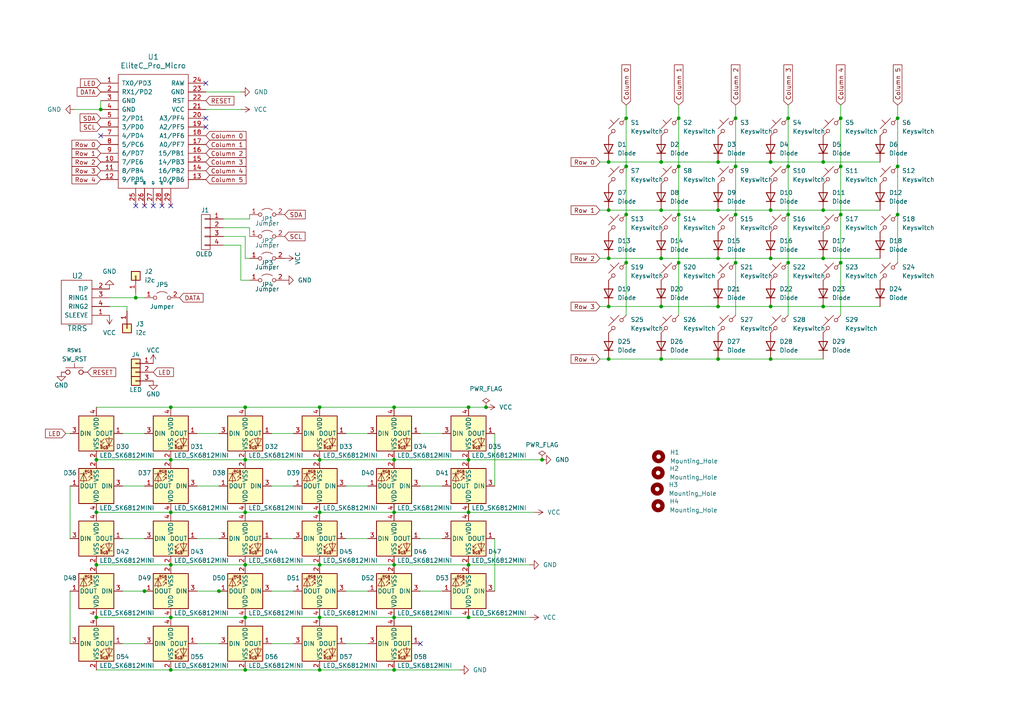
<source format=kicad_sch>
(kicad_sch (version 20230121) (generator eeschema)
  (paper "A4")
  (junction (at 140.97 118.11))
  (junction (at 41.91 171.45))
  (junction (at 208.28 74.93))
  (junction (at 213.36 62.23))
  (junction (at 114.3 133.35))
  (junction (at 238.76 74.93))
  (junction (at 92.71 148.59))
  (junction (at 157.226 133.35))
  (junction (at 238.76 46.99))
  (junction (at 243.84 76.2))
  (junction (at 181.61 34.29))
  (junction (at 191.77 46.99))
  (junction (at 71.12 148.59))
  (junction (at 135.89 163.83))
  (junction (at 135.89 179.07))
  (junction (at 181.61 76.2))
  (junction (at 92.71 163.83))
  (junction (at 49.53 194.31))
  (junction (at 191.77 88.9))
  (junction (at 176.53 88.9))
  (junction (at 196.85 48.26))
  (junction (at 114.3 148.59))
  (junction (at 71.12 133.35))
  (junction (at 260.35 48.26))
  (junction (at 243.84 34.29))
  (junction (at 49.53 163.83))
  (junction (at 63.5 171.45))
  (junction (at 208.28 46.99))
  (junction (at 228.6 62.23))
  (junction (at 135.89 148.59))
  (junction (at 92.71 133.35))
  (junction (at 49.53 179.07))
  (junction (at 181.61 62.23))
  (junction (at 114.3 194.31))
  (junction (at 243.84 48.26))
  (junction (at 196.85 62.23))
  (junction (at 196.85 76.2))
  (junction (at 135.89 133.35))
  (junction (at 39.37 86.36))
  (junction (at 238.76 60.96))
  (junction (at 228.6 48.26))
  (junction (at 114.3 163.83))
  (junction (at 208.28 60.96))
  (junction (at 196.85 34.29))
  (junction (at 223.52 74.93))
  (junction (at 114.3 179.07))
  (junction (at 29.21 31.75))
  (junction (at 135.89 118.11))
  (junction (at 176.53 46.99))
  (junction (at 208.28 104.14))
  (junction (at 176.53 104.14))
  (junction (at 213.36 76.2))
  (junction (at 243.84 62.23))
  (junction (at 223.52 46.99))
  (junction (at 260.35 34.29))
  (junction (at 114.3 118.11))
  (junction (at 49.53 118.11))
  (junction (at 260.35 62.23))
  (junction (at 176.53 60.96))
  (junction (at 228.6 34.29))
  (junction (at 49.53 148.59))
  (junction (at 27.94 179.07))
  (junction (at 181.61 48.26))
  (junction (at 71.12 118.11))
  (junction (at 176.53 74.93))
  (junction (at 71.12 179.07))
  (junction (at 27.94 148.59))
  (junction (at 71.12 194.31))
  (junction (at 191.77 74.93))
  (junction (at 223.52 104.14))
  (junction (at 213.36 48.26))
  (junction (at 213.36 34.29))
  (junction (at 92.71 179.07))
  (junction (at 49.53 133.35))
  (junction (at 92.71 118.11))
  (junction (at 92.71 194.31))
  (junction (at 223.52 88.9))
  (junction (at 71.12 163.83))
  (junction (at 228.6 76.2))
  (junction (at 191.77 60.96))
  (junction (at 191.77 104.14))
  (junction (at 27.94 133.35))
  (junction (at 238.76 88.9))
  (junction (at 223.52 60.96))
  (junction (at 27.94 163.83))
  (junction (at 208.28 88.9))
  (no_connect (at 46.99 59.69))
  (no_connect (at 59.69 36.83))
  (no_connect (at 41.91 59.69))
  (no_connect (at 44.45 59.69))
  (no_connect (at 59.69 24.13))
  (no_connect (at 59.69 34.29))
  (no_connect (at 121.92 186.69))
  (no_connect (at 39.37 59.69))
  (no_connect (at 49.53 59.69))
  (no_connect (at 29.21 39.37))
  (wire (pts (xy 135.89 163.83) (xy 153.67 163.83)))
  (wire (pts (xy 243.84 76.2) (xy 243.84 91.44)))
  (wire (pts (xy 135.89 146.05) (xy 135.89 148.59)))
  (wire (pts (xy 49.53 133.35) (xy 71.12 133.35)))
  (wire (pts (xy 92.71 163.83) (xy 114.3 163.83)))
  (wire (pts (xy 92.71 179.07) (xy 114.3 179.07)))
  (wire (pts (xy 238.76 74.93) (xy 255.27 74.93)))
  (wire (pts (xy 114.3 118.11) (xy 135.89 118.11)))
  (wire (pts (xy 41.91 171.45) (xy 35.56 171.45)))
  (wire (pts (xy 114.3 146.05) (xy 114.3 148.59)))
  (wire (pts (xy 29.21 29.21) (xy 29.21 31.75)))
  (wire (pts (xy 135.89 118.11) (xy 140.97 118.11)))
  (wire (pts (xy 31.75 86.36) (xy 39.37 86.36)))
  (wire (pts (xy 43.18 171.45) (xy 41.91 171.45)))
  (wire (pts (xy 20.32 140.97) (xy 20.32 156.21)))
  (wire (pts (xy 100.33 156.21) (xy 106.68 156.21)))
  (wire (pts (xy 71.12 179.07) (xy 92.71 179.07)))
  (wire (pts (xy 223.52 46.99) (xy 238.76 46.99)))
  (wire (pts (xy 71.12 163.83) (xy 92.71 163.83)))
  (wire (pts (xy 27.94 177.8) (xy 27.94 179.07)))
  (wire (pts (xy 35.56 140.97) (xy 41.91 140.97)))
  (wire (pts (xy 176.53 74.93) (xy 191.77 74.93)))
  (wire (pts (xy 64.77 68.58) (xy 71.12 68.58)))
  (wire (pts (xy 71.12 133.35) (xy 92.71 133.35)))
  (wire (pts (xy 69.85 71.12) (xy 69.85 81.28)))
  (wire (pts (xy 228.6 62.23) (xy 228.6 76.2)))
  (wire (pts (xy 69.85 81.28) (xy 72.39 81.28)))
  (wire (pts (xy 114.3 177.8) (xy 114.3 179.07)))
  (wire (pts (xy 243.84 62.23) (xy 243.84 76.2)))
  (wire (pts (xy 243.84 30.48) (xy 243.84 34.29)))
  (wire (pts (xy 223.52 60.96) (xy 238.76 60.96)))
  (wire (pts (xy 78.74 125.73) (xy 85.09 125.73)))
  (wire (pts (xy 228.6 30.48) (xy 228.6 34.29)))
  (wire (pts (xy 27.94 194.31) (xy 49.53 194.31)))
  (wire (pts (xy 135.89 148.59) (xy 154.94 148.59)))
  (wire (pts (xy 64.77 66.04) (xy 72.39 66.04)))
  (wire (pts (xy 223.52 104.14) (xy 238.76 104.14)))
  (wire (pts (xy 35.56 186.69) (xy 41.91 186.69)))
  (wire (pts (xy 35.56 156.21) (xy 41.91 156.21)))
  (wire (pts (xy 36.83 88.9) (xy 36.83 90.17)))
  (wire (pts (xy 196.85 34.29) (xy 196.85 48.26)))
  (wire (pts (xy 196.85 62.23) (xy 196.85 76.2)))
  (wire (pts (xy 71.12 148.59) (xy 49.53 148.59)))
  (wire (pts (xy 121.92 171.45) (xy 128.27 171.45)))
  (wire (pts (xy 191.77 88.9) (xy 208.28 88.9)))
  (wire (pts (xy 135.89 133.35) (xy 157.226 133.35)))
  (wire (pts (xy 100.33 186.69) (xy 106.68 186.69)))
  (wire (pts (xy 57.15 140.97) (xy 63.5 140.97)))
  (wire (pts (xy 71.12 146.05) (xy 71.12 148.59)))
  (wire (pts (xy 181.61 76.2) (xy 181.61 91.44)))
  (wire (pts (xy 228.6 76.2) (xy 228.6 91.44)))
  (wire (pts (xy 173.99 60.96) (xy 176.53 60.96)))
  (wire (pts (xy 72.39 66.04) (xy 72.39 68.58)))
  (wire (pts (xy 92.71 177.8) (xy 92.71 179.07)))
  (wire (pts (xy 181.61 34.29) (xy 181.61 48.26)))
  (wire (pts (xy 57.15 156.21) (xy 63.5 156.21)))
  (wire (pts (xy 59.69 31.75) (xy 69.85 31.75)))
  (wire (pts (xy 191.77 60.96) (xy 208.28 60.96)))
  (wire (pts (xy 173.99 104.14) (xy 176.53 104.14)))
  (wire (pts (xy 223.52 74.93) (xy 238.76 74.93)))
  (wire (pts (xy 208.28 74.93) (xy 223.52 74.93)))
  (wire (pts (xy 223.52 88.9) (xy 238.76 88.9)))
  (wire (pts (xy 114.3 148.59) (xy 92.71 148.59)))
  (wire (pts (xy 121.92 140.97) (xy 128.27 140.97)))
  (wire (pts (xy 71.12 194.31) (xy 92.71 194.31)))
  (wire (pts (xy 35.56 125.73) (xy 41.91 125.73)))
  (wire (pts (xy 49.53 179.07) (xy 71.12 179.07)))
  (wire (pts (xy 92.71 133.35) (xy 114.3 133.35)))
  (wire (pts (xy 78.74 140.97) (xy 85.09 140.97)))
  (wire (pts (xy 213.36 76.2) (xy 213.36 91.44)))
  (wire (pts (xy 78.74 186.69) (xy 85.09 186.69)))
  (wire (pts (xy 228.6 34.29) (xy 228.6 48.26)))
  (wire (pts (xy 260.35 48.26) (xy 260.35 62.23)))
  (wire (pts (xy 78.74 171.45) (xy 85.09 171.45)))
  (wire (pts (xy 71.12 74.93) (xy 72.39 74.93)))
  (wire (pts (xy 114.3 133.35) (xy 135.89 133.35)))
  (wire (pts (xy 181.61 62.23) (xy 181.61 76.2)))
  (wire (pts (xy 143.51 156.21) (xy 143.51 171.45)))
  (wire (pts (xy 143.51 125.73) (xy 143.51 140.97)))
  (wire (pts (xy 114.3 179.07) (xy 135.89 179.07)))
  (wire (pts (xy 19.05 125.73) (xy 20.32 125.73)))
  (wire (pts (xy 121.92 156.21) (xy 128.27 156.21)))
  (wire (pts (xy 213.36 34.29) (xy 213.36 48.26)))
  (wire (pts (xy 27.94 146.05) (xy 27.94 148.59)))
  (wire (pts (xy 133.35 194.31) (xy 114.3 194.31)))
  (wire (pts (xy 238.76 46.99) (xy 255.27 46.99)))
  (wire (pts (xy 92.71 118.11) (xy 114.3 118.11)))
  (wire (pts (xy 260.35 62.23) (xy 260.35 76.2)))
  (wire (pts (xy 176.53 46.99) (xy 191.77 46.99)))
  (wire (pts (xy 71.12 118.11) (xy 92.71 118.11)))
  (wire (pts (xy 213.36 62.23) (xy 213.36 76.2)))
  (wire (pts (xy 181.61 48.26) (xy 181.61 62.23)))
  (wire (pts (xy 176.53 104.14) (xy 191.77 104.14)))
  (wire (pts (xy 135.89 148.59) (xy 114.3 148.59)))
  (wire (pts (xy 72.39 63.5) (xy 72.39 62.23)))
  (wire (pts (xy 100.33 125.73) (xy 106.68 125.73)))
  (wire (pts (xy 208.28 46.99) (xy 223.52 46.99)))
  (wire (pts (xy 57.15 186.69) (xy 63.5 186.69)))
  (wire (pts (xy 57.15 171.45) (xy 63.5 171.45)))
  (wire (pts (xy 100.33 140.97) (xy 106.68 140.97)))
  (wire (pts (xy 208.28 104.14) (xy 223.52 104.14)))
  (wire (pts (xy 39.37 86.36) (xy 39.37 85.09)))
  (wire (pts (xy 71.12 68.58) (xy 71.12 74.93)))
  (wire (pts (xy 196.85 76.2) (xy 196.85 91.44)))
  (wire (pts (xy 27.94 179.07) (xy 49.53 179.07)))
  (wire (pts (xy 39.37 86.36) (xy 41.91 86.36)))
  (wire (pts (xy 238.76 88.9) (xy 255.27 88.9)))
  (wire (pts (xy 59.69 26.67) (xy 69.85 26.67)))
  (wire (pts (xy 153.67 179.07) (xy 135.89 179.07)))
  (wire (pts (xy 49.53 118.11) (xy 71.12 118.11)))
  (wire (pts (xy 92.71 194.31) (xy 114.3 194.31)))
  (wire (pts (xy 71.12 177.8) (xy 71.12 179.07)))
  (wire (pts (xy 196.85 48.26) (xy 196.85 62.23)))
  (wire (pts (xy 176.53 88.9) (xy 191.77 88.9)))
  (wire (pts (xy 69.85 71.12) (xy 64.77 71.12)))
  (wire (pts (xy 191.77 104.14) (xy 208.28 104.14)))
  (wire (pts (xy 49.53 194.31) (xy 71.12 194.31)))
  (wire (pts (xy 106.68 171.45) (xy 100.33 171.45)))
  (wire (pts (xy 21.59 31.75) (xy 29.21 31.75)))
  (wire (pts (xy 57.15 125.73) (xy 63.5 125.73)))
  (wire (pts (xy 196.85 30.48) (xy 196.85 34.29)))
  (wire (pts (xy 260.35 34.29) (xy 260.35 48.26)))
  (wire (pts (xy 243.84 48.26) (xy 243.84 62.23)))
  (wire (pts (xy 20.32 171.45) (xy 20.32 186.69)))
  (wire (pts (xy 173.99 46.99) (xy 176.53 46.99)))
  (wire (pts (xy 173.99 88.9) (xy 176.53 88.9)))
  (wire (pts (xy 27.94 148.59) (xy 49.53 148.59)))
  (wire (pts (xy 191.77 74.93) (xy 208.28 74.93)))
  (wire (pts (xy 208.28 60.96) (xy 223.52 60.96)))
  (wire (pts (xy 181.61 30.48) (xy 181.61 34.29)))
  (wire (pts (xy 49.53 146.05) (xy 49.53 148.59)))
  (wire (pts (xy 114.3 163.83) (xy 135.89 163.83)))
  (wire (pts (xy 260.35 30.48) (xy 260.35 34.29)))
  (wire (pts (xy 191.77 46.99) (xy 208.28 46.99)))
  (wire (pts (xy 31.75 88.9) (xy 36.83 88.9)))
  (wire (pts (xy 27.94 163.83) (xy 49.53 163.83)))
  (wire (pts (xy 238.76 60.96) (xy 255.27 60.96)))
  (wire (pts (xy 121.92 125.73) (xy 128.27 125.73)))
  (wire (pts (xy 27.94 133.35) (xy 49.53 133.35)))
  (wire (pts (xy 92.71 146.05) (xy 92.71 148.59)))
  (wire (pts (xy 64.77 171.45) (xy 63.5 171.45)))
  (wire (pts (xy 243.84 34.29) (xy 243.84 48.26)))
  (wire (pts (xy 176.53 60.96) (xy 191.77 60.96)))
  (wire (pts (xy 213.36 48.26) (xy 213.36 62.23)))
  (wire (pts (xy 208.28 88.9) (xy 223.52 88.9)))
  (wire (pts (xy 228.6 48.26) (xy 228.6 62.23)))
  (wire (pts (xy 173.99 74.93) (xy 176.53 74.93)))
  (wire (pts (xy 49.53 163.83) (xy 71.12 163.83)))
  (wire (pts (xy 92.71 148.59) (xy 71.12 148.59)))
  (wire (pts (xy 213.36 30.48) (xy 213.36 34.29)))
  (wire (pts (xy 78.74 156.21) (xy 85.09 156.21)))
  (wire (pts (xy 27.94 118.11) (xy 49.53 118.11)))
  (wire (pts (xy 64.77 63.5) (xy 72.39 63.5)))
  (global_label "Column 1" (shape input) (at 196.85 30.48 90) (property "Intersheetrefs" "${INTERSHEET_REFS}" (effects hide)))
  (global_label "LED" (shape input) (at 29.21 24.13 180) (property "Intersheetrefs" "${INTERSHEET_REFS}" (effects hide)))
  (global_label "Column 2" (shape input) (at 59.69 44.45 0) (property "Intersheetrefs" "${INTERSHEET_REFS}" (effects hide)))
  (global_label "SCL" (shape input) (at 82.55 68.58 0) (property "Intersheetrefs" "${INTERSHEET_REFS}" (effects hide)))
  (global_label "SCL" (shape input) (at 29.21 36.83 180) (property "Intersheetrefs" "${INTERSHEET_REFS}" (effects hide)))
  (global_label "Row 4" (shape input) (at 173.99 104.14 180) (property "Intersheetrefs" "${INTERSHEET_REFS}" (effects hide)))
  (global_label "Row 3" (shape input) (at 173.99 88.9 180) (property "Intersheetrefs" "${INTERSHEET_REFS}" (effects hide)))
  (global_label "RESET" (shape input) (at 25.4 107.95 0) (property "Intersheetrefs" "${INTERSHEET_REFS}" (effects hide)))
  (global_label "Column 4" (shape input) (at 59.69 49.53 0) (property "Intersheetrefs" "${INTERSHEET_REFS}" (effects hide)))
  (global_label "Column 3" (shape input) (at 228.6 30.48 90) (property "Intersheetrefs" "${INTERSHEET_REFS}" (effects hide)))
  (global_label "Row 1" (shape input) (at 173.99 60.96 180) (property "Intersheetrefs" "${INTERSHEET_REFS}" (effects hide)))
  (global_label "Column 5" (shape input) (at 59.69 52.07 0) (property "Intersheetrefs" "${INTERSHEET_REFS}" (effects hide)))
  (global_label "Column 2" (shape input) (at 213.36 30.48 90) (property "Intersheetrefs" "${INTERSHEET_REFS}" (effects hide)))
  (global_label "DATA" (shape input) (at 52.07 86.36 0) (property "Intersheetrefs" "${INTERSHEET_REFS}" (effects hide)))
  (global_label "LED" (shape input) (at 44.45 107.95 0) (property "Intersheetrefs" "${INTERSHEET_REFS}" (effects hide)))
  (global_label "Row 0" (shape input) (at 29.21 41.91 180) (property "Intersheetrefs" "${INTERSHEET_REFS}" (effects hide)))
  (global_label "Row 1" (shape input) (at 29.21 44.45 180) (property "Intersheetrefs" "${INTERSHEET_REFS}" (effects hide)))
  (global_label "Column 0" (shape input) (at 181.61 30.48 90) (property "Intersheetrefs" "${INTERSHEET_REFS}" (effects hide)))
  (global_label "Row 3" (shape input) (at 29.21 49.53 180) (property "Intersheetrefs" "${INTERSHEET_REFS}" (effects hide)))
  (global_label "Row 2" (shape input) (at 29.21 46.99 180) (property "Intersheetrefs" "${INTERSHEET_REFS}" (effects hide)))
  (global_label "RESET" (shape input) (at 59.69 29.21 0) (property "Intersheetrefs" "${INTERSHEET_REFS}" (effects hide)))
  (global_label "Column 1" (shape input) (at 59.69 41.91 0) (property "Intersheetrefs" "${INTERSHEET_REFS}" (effects hide)))
  (global_label "Row 4" (shape input) (at 29.21 52.07 180) (property "Intersheetrefs" "${INTERSHEET_REFS}" (effects hide)))
  (global_label "LED" (shape input) (at 19.05 125.73 180) (property "Intersheetrefs" "${INTERSHEET_REFS}" (effects hide)))
  (global_label "SDA" (shape input) (at 29.21 34.29 180) (property "Intersheetrefs" "${INTERSHEET_REFS}" (effects hide)))
  (global_label "Column 5" (shape input) (at 260.35 30.48 90) (property "Intersheetrefs" "${INTERSHEET_REFS}" (effects hide)))
  (global_label "DATA" (shape input) (at 29.21 26.67 180) (property "Intersheetrefs" "${INTERSHEET_REFS}" (effects hide)))
  (global_label "Column 4" (shape input) (at 243.84 30.48 90) (property "Intersheetrefs" "${INTERSHEET_REFS}" (effects hide)))
  (global_label "SDA" (shape input) (at 82.55 62.23 0) (property "Intersheetrefs" "${INTERSHEET_REFS}" (effects hide)))
  (global_label "Column 3" (shape input) (at 59.69 46.99 0) (property "Intersheetrefs" "${INTERSHEET_REFS}" (effects hide)))
  (global_label "Row 0" (shape input) (at 173.99 46.99 180) (property "Intersheetrefs" "${INTERSHEET_REFS}" (effects hide)))
  (global_label "Row 2" (shape input) (at 173.99 74.93 180) (property "Intersheetrefs" "${INTERSHEET_REFS}" (effects hide)))
  (global_label "Column 0" (shape input) (at 59.69 39.37 0) (property "Intersheetrefs" "${INTERSHEET_REFS}" (effects hide)))
  (symbol (lib_id "ScottoKeebs:Placeholder_Keyswitch") (at 257.81 64.77 90) (unit 1)
    (property "Reference" "S18" (at 261.62 63.5 90) (effects (justify right)))
    (property "Value" "Keyswitch" (at 261.62 66.04 90) (effects (justify right)))
    (property "Footprint" "ScottoKeebs_Hotswap:Hotswap_Choc_V1" (effects hide))
  )
  (symbol (lib_id "ScottoKeebs:Placeholder_Keyswitch") (at 179.07 64.77 90) (unit 1)
    (property "Reference" "S13" (at 182.88 63.5 90) (effects (justify right)))
    (property "Value" "Keyswitch" (at 182.88 66.04 90) (effects (justify right)))
    (property "Footprint" "ScottoKeebs_Hotswap:Hotswap_Choc_V1" (effects hide))
  )
  (symbol (lib_id "ScottoKeebs:LED_SK6812MINI") (at 71.12 171.45 180) (unit 1)
    (property "Reference" "D50" (at 63.5 167.64 0))
    (property "Value" "LED_SK6812MINI" (at 80.01 177.8 0))
    (property "Footprint" "ScottoKeebs_Components:LED_SK6812MINI-MOD1" (effects hide))
    (property "Datasheet" "https://cdn-shop.adafruit.com/product-files/2686/SK6812MINI_REV.01-1-2.pdf" (effects hide))
  )
  (symbol (lib_id "ScottoKeebs:Placeholder_Mounting_Hole") (at 191.008 132.461 0) (unit 1)
    (property "Reference" "H1" (at 194.31 131.191 0) (effects (justify left)))
    (property "Value" "Mounting_Hole" (at 194.31 133.731 0) (effects (justify left)))
    (property "Footprint" "MountingHole:MountingHole_3.5mm" (effects hide))
  )
  (symbol (lib_id "ScottoKeebs:LED_SK6812MINI") (at 27.94 140.97 180) (unit 1)
    (property "Reference" "D36" (at 20.32 137.16 0))
    (property "Value" "LED_SK6812MINI" (at 36.83 147.32 0))
    (property "Footprint" "ScottoKeebs_Components:LED_SK6812MINI-MOD1" (effects hide))
    (property "Datasheet" "https://cdn-shop.adafruit.com/product-files/2686/SK6812MINI_REV.01-1-2.pdf" (effects hide))
  )
  (symbol (lib_id "ScottoKeebs:Placeholder_Diode") (at 191.77 100.33 90) (unit 1)
    (property "Reference" "D26" (at 194.31 99.06 90) (effects (justify right)))
    (property "Value" "Diode" (at 194.31 101.6 90) (effects (justify right)))
    (property "Footprint" "ScottoKeebs_Components:Diode_SOD-123" (effects hide))
    (property "Sim.Device" "D" (effects hide))
    (property "Sim.Pins" "1=K 2=A" (effects hide))
  )
  (symbol (lib_id "ScottoKeebs:Placeholder_Diode") (at 255.27 85.09 90) (unit 1)
    (property "Reference" "D24" (at 257.81 83.82 90) (effects (justify right)))
    (property "Value" "Diode" (at 257.81 86.36 90) (effects (justify right)))
    (property "Footprint" "ScottoKeebs_Components:Diode_SOD-123" (effects hide))
    (property "Sim.Device" "D" (effects hide))
    (property "Sim.Pins" "1=K 2=A" (effects hide))
  )
  (symbol (lib_id "ScottoKeebs:LED_SK6812MINI") (at 49.53 186.69 0) (unit 1)
    (property "Reference" "D55" (at 57.15 190.5 0))
    (property "Value" "LED_SK6812MINI" (at 58.42 193.04 0))
    (property "Footprint" "ScottoKeebs_Components:LED_SK6812MINI-MOD1" (effects hide))
    (property "Datasheet" "https://cdn-shop.adafruit.com/product-files/2686/SK6812MINI_REV.01-1-2.pdf" (effects hide))
  )
  (symbol (lib_id "ScottoKeebs:Placeholder_Keyswitch") (at 179.07 50.8 90) (unit 1)
    (property "Reference" "S7" (at 182.88 49.53 90) (effects (justify right)))
    (property "Value" "Keyswitch" (at 182.88 52.07 90) (effects (justify right)))
    (property "Footprint" "ScottoKeebs_Hotswap:Hotswap_Choc_V1" (effects hide))
  )
  (symbol (lib_id "ScottoKeebs:LED_SK6812MINI") (at 114.3 171.45 180) (unit 1)
    (property "Reference" "D52" (at 106.68 167.64 0))
    (property "Value" "LED_SK6812MINI" (at 123.19 177.8 0))
    (property "Footprint" "ScottoKeebs_Components:LED_SK6812MINI-MOD1" (effects hide))
    (property "Datasheet" "https://cdn-shop.adafruit.com/product-files/2686/SK6812MINI_REV.01-1-2.pdf" (effects hide))
  )
  (symbol (lib_id "ScottoKeebs:Placeholder_Keyswitch") (at 210.82 93.98 90) (unit 1)
    (property "Reference" "S27" (at 214.63 92.71 90) (effects (justify right)))
    (property "Value" "Keyswitch" (at 214.63 95.25 90) (effects (justify right)))
    (property "Footprint" "ScottoKeebs_Hotswap:Hotswap_Choc_V1" (effects hide))
  )
  (symbol (lib_id "ScottoKeebs:Placeholder_Diode") (at 176.53 100.33 90) (unit 1)
    (property "Reference" "D25" (at 179.07 99.06 90) (effects (justify right)))
    (property "Value" "Diode" (at 179.07 101.6 90) (effects (justify right)))
    (property "Footprint" "ScottoKeebs_Components:Diode_SOD-123" (effects hide))
    (property "Sim.Device" "D" (effects hide))
    (property "Sim.Pins" "1=K 2=A" (effects hide))
  )
  (symbol (lib_id "untitled:SofleKeyboard-rescue_i2c_pin-Lily58-cache-Lily58_Pro-rescue-sofle") (at 39.37 80.01 90) (unit 1)
    (property "Reference" "J2" (at 41.91 78.74 90) (effects (justify right)))
    (property "Value" "i2c" (at 41.91 81.28 90) (effects (justify right)))
    (property "Footprint" "untitled:1pin_conn" (effects hide))
  )
  (symbol (lib_id "ScottoKeebs:LED_SK6812MINI") (at 71.12 125.73 0) (unit 1)
    (property "Reference" "D32" (at 78.74 129.54 0))
    (property "Value" "LED_SK6812MINI" (at 80.01 132.08 0))
    (property "Footprint" "ScottoKeebs_Components:LED_SK6812MINI-MOD1" (effects hide))
    (property "Datasheet" "https://cdn-shop.adafruit.com/product-files/2686/SK6812MINI_REV.01-1-2.pdf" (effects hide))
  )
  (symbol (lib_id "ScottoKeebs:Placeholder_Diode") (at 238.76 100.33 90) (unit 1)
    (property "Reference" "D29" (at 241.3 99.06 90) (effects (justify right)))
    (property "Value" "Diode" (at 241.3 101.6 90) (effects (justify right)))
    (property "Footprint" "ScottoKeebs_Components:Diode_SOD-123" (effects hide))
    (property "Sim.Device" "D" (effects hide))
    (property "Sim.Pins" "1=K 2=A" (effects hide))
  )
  (symbol (lib_id "untitled:SofleKeyboard-rescue_OLED-Lily58-cache-Lily58_Pro-rescue-sofle") (at 59.69 67.31 0) (mirror y) (unit 1)
    (property "Reference" "J1" (at 60.69 60.96 0) (effects (justify left)))
    (property "Value" "OLED" (at 61.69 73.66 0) (effects (justify left)))
    (property "Footprint" "untitled:OLED_4Pin" (effects hide))
  )
  (symbol (lib_id "ScottoKeebs:Placeholder_Keyswitch") (at 257.81 78.74 90) (unit 1)
    (property "Reference" "S24" (at 261.62 77.47 90) (effects (justify right)))
    (property "Value" "Keyswitch" (at 261.62 80.01 90) (effects (justify right)))
    (property "Footprint" "ScottoKeebs_Hotswap:Hotswap_Choc_V1" (effects hide))
  )
  (symbol (lib_id "ScottoKeebs:Placeholder_Diode") (at 191.77 57.15 90) (unit 1)
    (property "Reference" "D8" (at 194.31 55.88 90) (effects (justify right)))
    (property "Value" "Diode" (at 194.31 58.42 90) (effects (justify right)))
    (property "Footprint" "ScottoKeebs_Components:Diode_SOD-123" (effects hide))
    (property "Sim.Device" "D" (effects hide))
    (property "Sim.Pins" "1=K 2=A" (effects hide))
  )
  (symbol (lib_id "ScottoKeebs:Placeholder_Keyswitch") (at 179.07 93.98 90) (unit 1)
    (property "Reference" "S25" (at 182.88 92.71 90) (effects (justify right)))
    (property "Value" "Keyswitch" (at 182.88 95.25 90) (effects (justify right)))
    (property "Footprint" "ScottoKeebs_Hotswap:Hotswap_Choc_V1" (effects hide))
  )
  (symbol (lib_id "power:PWR_FLAG") (at 157.226 133.35 0) (unit 1)
    (property "Reference" "#FLG02" (effects hide))
    (property "Value" "PWR_FLAG" (at 157.226 129.032 0))
  )
  (symbol (lib_id "ScottoKeebs:Placeholder_Diode") (at 176.53 43.18 90) (unit 1)
    (property "Reference" "D1" (at 179.07 41.91 90) (effects (justify right)))
    (property "Value" "Diode" (at 179.07 44.45 90) (effects (justify right)))
    (property "Footprint" "ScottoKeebs_Components:Diode_SOD-123" (effects hide))
    (property "Sim.Device" "D" (effects hide))
    (property "Sim.Pins" "1=K 2=A" (effects hide))
  )
  (symbol (lib_id "ScottoKeebs:Placeholder_TRRS") (at 22.86 93.98 0) (mirror y) (unit 1)
    (property "Reference" "U2" (at 24.13 80.01 0) (effects (font (size 1.524 1.524)) (justify left)))
    (property "Value" "TRRS" (at 25.4 95.25 0) (effects (font (size 1.524 1.524)) (justify left)))
    (property "Footprint" "ScottoKeebs_Components:TRRS_PJ-320A" (effects hide))
  )
  (symbol (lib_id "ScottoKeebs:Placeholder_Keyswitch") (at 257.81 36.83 90) (unit 1)
    (property "Reference" "S6" (at 261.62 35.56 90) (effects (justify right)))
    (property "Value" "Keyswitch" (at 261.62 38.1 90) (effects (justify right)))
    (property "Footprint" "ScottoKeebs_Hotswap:Hotswap_Choc_V1" (effects hide))
  )
  (symbol (lib_id "Jumper:Jumper_2_Open") (at 77.47 68.58 0) (unit 1)
    (property "Reference" "JP2" (at 77.47 69.85 0))
    (property "Value" "Jumper" (at 77.47 71.12 0))
    (property "Footprint" "untitled:jumper_data-MOD" (effects hide))
  )
  (symbol (lib_id "ScottoKeebs:Placeholder_Mounting_Hole") (at 190.627 141.859 0) (unit 1)
    (property "Reference" "H3" (at 193.929 140.589 0) (effects (justify left)))
    (property "Value" "Mounting_Hole" (at 193.929 143.129 0) (effects (justify left)))
    (property "Footprint" "MountingHole:MountingHole_3.5mm" (effects hide))
  )
  (symbol (lib_id "ScottoKeebs:Placeholder_Diode") (at 176.53 57.15 90) (unit 1)
    (property "Reference" "D7" (at 179.07 55.88 90) (effects (justify right)))
    (property "Value" "Diode" (at 179.07 58.42 90) (effects (justify right)))
    (property "Footprint" "ScottoKeebs_Components:Diode_SOD-123" (effects hide))
    (property "Sim.Device" "D" (effects hide))
    (property "Sim.Pins" "1=K 2=A" (effects hide))
  )
  (symbol (lib_id "power:GND") (at 153.67 163.83 90) (unit 1)
    (property "Reference" "#PWR014" (effects hide))
    (property "Value" "GND" (at 157.48 163.83 90) (effects (justify right)))
  )
  (symbol (lib_id "ScottoKeebs:LED_SK6812MINI") (at 135.89 125.73 0) (unit 1)
    (property "Reference" "D35" (at 143.51 129.54 0))
    (property "Value" "LED_SK6812MINI" (at 144.78 132.08 0))
    (property "Footprint" "ScottoKeebs_Components:LED_SK6812MINI-MOD1" (effects hide))
    (property "Datasheet" "https://cdn-shop.adafruit.com/product-files/2686/SK6812MINI_REV.01-1-2.pdf" (effects hide))
  )
  (symbol (lib_id "ScottoKeebs:MCU_Arduino_Pro_Micro") (at 44.45 38.1 0) (unit 1)
    (property "Reference" "U1" (at 44.45 16.51 0) (effects (font (size 1.524 1.524))))
    (property "Value" "EliteC_Pro_Micro" (at 44.45 19.05 0) (effects (font (size 1.524 1.524))))
    (property "Footprint" "Keebio-Parts:Elite-C" (effects hide))
  )
  (symbol (lib_id "ScottoKeebs:Placeholder_Diode") (at 255.27 43.18 90) (unit 1)
    (property "Reference" "D6" (at 257.81 41.91 90) (effects (justify right)))
    (property "Value" "Diode" (at 257.81 44.45 90) (effects (justify right)))
    (property "Footprint" "ScottoKeebs_Components:Diode_SOD-123" (effects hide))
    (property "Sim.Device" "D" (effects hide))
    (property "Sim.Pins" "1=K 2=A" (effects hide))
  )
  (symbol (lib_id "ScottoKeebs:Placeholder_Keyswitch") (at 241.3 36.83 90) (unit 1)
    (property "Reference" "S5" (at 245.11 35.56 90) (effects (justify right)))
    (property "Value" "Keyswitch" (at 245.11 38.1 90) (effects (justify right)))
    (property "Footprint" "ScottoKeebs_Hotswap:Hotswap_Choc_V1" (effects hide))
  )
  (symbol (lib_id "power:GND") (at 44.45 110.49 0) (unit 1)
    (property "Reference" "#PWR010" (effects hide))
    (property "Value" "GND" (at 44.45 114.3 0))
  )
  (symbol (lib_id "ScottoKeebs:LED_SK6812MINI") (at 92.71 186.69 0) (unit 1)
    (property "Reference" "D57" (at 100.33 190.5 0))
    (property "Value" "LED_SK6812MINI" (at 101.6 193.04 0))
    (property "Footprint" "ScottoKeebs_Components:LED_SK6812MINI-MOD1" (effects hide))
    (property "Datasheet" "https://cdn-shop.adafruit.com/product-files/2686/SK6812MINI_REV.01-1-2.pdf" (effects hide))
  )
  (symbol (lib_id "ScottoKeebs:Placeholder_Mounting_Hole") (at 190.881 137.16 0) (unit 1)
    (property "Reference" "H2" (at 194.183 135.89 0) (effects (justify left)))
    (property "Value" "Mounting_Hole" (at 194.183 138.43 0) (effects (justify left)))
    (property "Footprint" "MountingHole:MountingHole_3.5mm" (effects hide))
  )
  (symbol (lib_id "power:PWR_FLAG") (at 140.97 118.11 0) (unit 1)
    (property "Reference" "#FLG01" (effects hide))
    (property "Value" "PWR_FLAG" (at 140.97 112.776 0))
  )
  (symbol (lib_id "ScottoKeebs:Placeholder_Diode") (at 238.76 43.18 90) (unit 1)
    (property "Reference" "D5" (at 241.3 41.91 90) (effects (justify right)))
    (property "Value" "Diode" (at 241.3 44.45 90) (effects (justify right)))
    (property "Footprint" "ScottoKeebs_Components:Diode_SOD-123" (effects hide))
    (property "Sim.Device" "D" (effects hide))
    (property "Sim.Pins" "1=K 2=A" (effects hide))
  )
  (symbol (lib_id "ScottoKeebs:Placeholder_Diode") (at 208.28 43.18 90) (unit 1)
    (property "Reference" "D3" (at 210.82 41.91 90) (effects (justify right)))
    (property "Value" "Diode" (at 210.82 44.45 90) (effects (justify right)))
    (property "Footprint" "ScottoKeebs_Components:Diode_SOD-123" (effects hide))
    (property "Sim.Device" "D" (effects hide))
    (property "Sim.Pins" "1=K 2=A" (effects hide))
  )
  (symbol (lib_id "power:GND") (at 69.85 26.67 90) (unit 1)
    (property "Reference" "#PWR01" (effects hide))
    (property "Value" "GND" (at 73.66 26.67 90) (effects (justify right)))
  )
  (symbol (lib_id "power:GND") (at 82.55 81.28 90) (unit 1)
    (property "Reference" "#PWR05" (effects hide))
    (property "Value" "GND" (at 86.36 81.28 90) (effects (justify right)))
  )
  (symbol (lib_id "ScottoKeebs:LED_SK6812MINI") (at 49.53 125.73 0) (unit 1)
    (property "Reference" "D31" (at 57.15 129.54 0))
    (property "Value" "LED_SK6812MINI" (at 58.42 132.08 0))
    (property "Footprint" "ScottoKeebs_Components:LED_SK6812MINI-MOD1" (effects hide))
    (property "Datasheet" "https://cdn-shop.adafruit.com/product-files/2686/SK6812MINI_REV.01-1-2.pdf" (effects hide))
  )
  (symbol (lib_id "ScottoKeebs:Placeholder_Keyswitch") (at 194.31 36.83 90) (unit 1)
    (property "Reference" "S2" (at 198.12 35.56 90) (effects (justify right)))
    (property "Value" "Keyswitch" (at 198.12 38.1 90) (effects (justify right)))
    (property "Footprint" "ScottoKeebs_Hotswap:Hotswap_Choc_V1" (effects hide))
  )
  (symbol (lib_id "ScottoKeebs:Placeholder_Mounting_Hole") (at 190.881 146.685 0) (unit 1)
    (property "Reference" "H4" (at 194.183 145.415 0) (effects (justify left)))
    (property "Value" "Mounting_Hole" (at 194.183 147.955 0) (effects (justify left)))
    (property "Footprint" "MountingHole:MountingHole_3.5mm" (effects hide))
  )
  (symbol (lib_id "untitled:SofleKeyboard-rescue_i2c_pin-Lily58-cache-Lily58_Pro-rescue-sofle") (at 36.83 95.25 270) (unit 1)
    (property "Reference" "J3" (at 39.37 93.98 90) (effects (justify left)))
    (property "Value" "i2c" (at 39.37 96.52 90) (effects (justify left)))
    (property "Footprint" "untitled:1pin_conn" (effects hide))
  )
  (symbol (lib_id "power:GND") (at 17.78 107.95 0) (unit 1)
    (property "Reference" "#PWR09" (effects hide))
    (property "Value" "GND" (at 17.78 111.76 0))
  )
  (symbol (lib_id "ScottoKeebs:Placeholder_Keyswitch") (at 241.3 50.8 90) (unit 1)
    (property "Reference" "S11" (at 245.11 49.53 90) (effects (justify right)))
    (property "Value" "Keyswitch" (at 245.11 52.07 90) (effects (justify right)))
    (property "Footprint" "ScottoKeebs_Hotswap:Hotswap_Choc_V1" (effects hide))
  )
  (symbol (lib_id "ScottoKeebs:Placeholder_Diode") (at 223.52 57.15 90) (unit 1)
    (property "Reference" "D10" (at 226.06 55.88 90) (effects (justify right)))
    (property "Value" "Diode" (at 226.06 58.42 90) (effects (justify right)))
    (property "Footprint" "ScottoKeebs_Components:Diode_SOD-123" (effects hide))
    (property "Sim.Device" "D" (effects hide))
    (property "Sim.Pins" "1=K 2=A" (effects hide))
  )
  (symbol (lib_id "ScottoKeebs:Placeholder_Diode") (at 238.76 85.09 90) (unit 1)
    (property "Reference" "D23" (at 241.3 83.82 90) (effects (justify right)))
    (property "Value" "Diode" (at 241.3 86.36 90) (effects (justify right)))
    (property "Footprint" "ScottoKeebs_Components:Diode_SOD-123" (effects hide))
    (property "Sim.Device" "D" (effects hide))
    (property "Sim.Pins" "1=K 2=A" (effects hide))
  )
  (symbol (lib_id "ScottoKeebs:Placeholder_Diode") (at 208.28 100.33 90) (unit 1)
    (property "Reference" "D27" (at 210.82 99.06 90) (effects (justify right)))
    (property "Value" "Diode" (at 210.82 101.6 90) (effects (justify right)))
    (property "Footprint" "ScottoKeebs_Components:Diode_SOD-123" (effects hide))
    (property "Sim.Device" "D" (effects hide))
    (property "Sim.Pins" "1=K 2=A" (effects hide))
  )
  (symbol (lib_id "power:GND") (at 133.35 194.31 90) (unit 1)
    (property "Reference" "#PWR016" (effects hide))
    (property "Value" "GND" (at 137.16 194.31 90) (effects (justify right)))
  )
  (symbol (lib_id "untitled:SofleKeyboard-rescue_SW_RST-Lily58-cache-Lily58_Pro-rescue-sofle") (at 21.59 107.95 0) (unit 1)
    (property "Reference" "RSW1" (at 21.59 101.6 0) (effects (font (size 1.016 1.016))))
    (property "Value" "SW_RST" (at 21.59 104.14 0))
    (property "Footprint" "untitled:TACT_SWITCH_TVBP06" (effects hide))
  )
  (symbol (lib_id "ScottoKeebs:Placeholder_Diode") (at 238.76 71.12 90) (unit 1)
    (property "Reference" "D17" (at 241.3 69.85 90) (effects (justify right)))
    (property "Value" "Diode" (at 241.3 72.39 90) (effects (justify right)))
    (property "Footprint" "ScottoKeebs_Components:Diode_SOD-123" (effects hide))
    (property "Sim.Device" "D" (effects hide))
    (property "Sim.Pins" "1=K 2=A" (effects hide))
  )
  (symbol (lib_id "ScottoKeebs:Placeholder_Diode") (at 191.77 71.12 90) (unit 1)
    (property "Reference" "D14" (at 194.31 69.85 90) (effects (justify right)))
    (property "Value" "Diode" (at 194.31 72.39 90) (effects (justify right)))
    (property "Footprint" "ScottoKeebs_Components:Diode_SOD-123" (effects hide))
    (property "Sim.Device" "D" (effects hide))
    (property "Sim.Pins" "1=K 2=A" (effects hide))
  )
  (symbol (lib_id "Jumper:Jumper_2_Open") (at 77.47 81.28 0) (unit 1)
    (property "Reference" "JP4" (at 77.47 82.55 0))
    (property "Value" "Jumper" (at 77.47 83.82 0))
    (property "Footprint" "untitled:jumper_data-MOD" (effects hide))
  )
  (symbol (lib_id "Jumper:Jumper_2_Open") (at 46.99 86.36 0) (unit 1)
    (property "Reference" "JP5" (at 46.99 82.55 0))
    (property "Value" "Jumper" (at 46.99 88.9 0))
    (property "Footprint" "untitled:jumper_data-MOD" (effects hide))
  )
  (symbol (lib_id "ScottoKeebs:LED_SK6812MINI") (at 135.89 171.45 180) (unit 1)
    (property "Reference" "D53" (at 128.27 167.64 0))
    (property "Value" "LED_SK6812MINI" (at 144.78 177.8 0))
    (property "Footprint" "ScottoKeebs_Components:LED_SK6812MINI-MOD1" (effects hide))
    (property "Datasheet" "https://cdn-shop.adafruit.com/product-files/2686/SK6812MINI_REV.01-1-2.pdf" (effects hide))
  )
  (symbol (lib_id "ScottoKeebs:Placeholder_Keyswitch") (at 179.07 78.74 90) (unit 1)
    (property "Reference" "S19" (at 182.88 77.47 90) (effects (justify right)))
    (property "Value" "Keyswitch" (at 182.88 80.01 90) (effects (justify right)))
    (property "Footprint" "ScottoKeebs_Hotswap:Hotswap_Choc_V1" (effects hide))
  )
  (symbol (lib_id "ScottoKeebs:Placeholder_Keyswitch") (at 226.06 64.77 90) (unit 1)
    (property "Reference" "S16" (at 229.87 63.5 90) (effects (justify right)))
    (property "Value" "Keyswitch" (at 229.87 66.04 90) (effects (justify right)))
    (property "Footprint" "ScottoKeebs_Hotswap:Hotswap_Choc_V1" (effects hide))
  )
  (symbol (lib_id "ScottoKeebs:LED_SK6812MINI") (at 71.12 156.21 0) (unit 1)
    (property "Reference" "D44" (at 78.74 160.02 0))
    (property "Value" "LED_SK6812MINI" (at 80.01 162.56 0))
    (property "Footprint" "ScottoKeebs_Components:LED_SK6812MINI-MOD1" (effects hide))
    (property "Datasheet" "https://cdn-shop.adafruit.com/product-files/2686/SK6812MINI_REV.01-1-2.pdf" (effects hide))
  )
  (symbol (lib_id "ScottoKeebs:Placeholder_Keyswitch") (at 210.82 36.83 90) (unit 1)
    (property "Reference" "S3" (at 214.63 35.56 90) (effects (justify right)))
    (property "Value" "Keyswitch" (at 214.63 38.1 90) (effects (justify right)))
    (property "Footprint" "ScottoKeebs_Hotswap:Hotswap_Choc_V1" (effects hide))
  )
  (symbol (lib_id "ScottoKeebs:Placeholder_Diode") (at 223.52 85.09 90) (unit 1)
    (property "Reference" "D22" (at 226.06 83.82 90) (effects (justify right)))
    (property "Value" "Diode" (at 226.06 86.36 90) (effects (justify right)))
    (property "Footprint" "ScottoKeebs_Components:Diode_SOD-123" (effects hide))
    (property "Sim.Device" "D" (effects hide))
    (property "Sim.Pins" "1=K 2=A" (effects hide))
  )
  (symbol (lib_id "ScottoKeebs:LED_SK6812MINI") (at 71.12 186.69 0) (unit 1)
    (property "Reference" "D56" (at 78.74 190.5 0))
    (property "Value" "LED_SK6812MINI" (at 80.01 193.04 0))
    (property "Footprint" "ScottoKeebs_Components:LED_SK6812MINI-MOD1" (effects hide))
    (property "Datasheet" "https://cdn-shop.adafruit.com/product-files/2686/SK6812MINI_REV.01-1-2.pdf" (effects hide))
  )
  (symbol (lib_id "Jumper:Jumper_2_Open") (at 77.47 62.23 0) (unit 1)
    (property "Reference" "JP1" (at 77.47 63.5 0))
    (property "Value" "Jumper" (at 77.47 64.77 0))
    (property "Footprint" "untitled:jumper_data-MOD" (effects hide))
  )
  (symbol (lib_id "power:VCC") (at 82.55 74.93 270) (unit 1)
    (property "Reference" "#PWR04" (effects hide))
    (property "Value" "VCC" (at 86.36 74.93 0))
  )
  (symbol (lib_id "power:VCC") (at 69.85 31.75 270) (unit 1)
    (property "Reference" "#PWR03" (effects hide))
    (property "Value" "VCC" (at 73.66 31.75 90) (effects (justify left)))
  )
  (symbol (lib_id "ScottoKeebs:LED_SK6812MINI") (at 92.71 125.73 0) (unit 1)
    (property "Reference" "D33" (at 100.33 129.54 0))
    (property "Value" "LED_SK6812MINI" (at 101.6 132.08 0))
    (property "Footprint" "ScottoKeebs_Components:LED_SK6812MINI-MOD1" (effects hide))
    (property "Datasheet" "https://cdn-shop.adafruit.com/product-files/2686/SK6812MINI_REV.01-1-2.pdf" (effects hide))
  )
  (symbol (lib_id "ScottoKeebs:Placeholder_Keyswitch") (at 241.3 64.77 90) (unit 1)
    (property "Reference" "S17" (at 245.11 63.5 90) (effects (justify right)))
    (property "Value" "Keyswitch" (at 245.11 66.04 90) (effects (justify right)))
    (property "Footprint" "ScottoKeebs_Hotswap:Hotswap_Choc_V1" (effects hide))
  )
  (symbol (lib_id "ScottoKeebs:Placeholder_Keyswitch") (at 226.06 50.8 90) (unit 1)
    (property "Reference" "S10" (at 229.87 49.53 90) (effects (justify right)))
    (property "Value" "Keyswitch" (at 229.87 52.07 90) (effects (justify right)))
    (property "Footprint" "ScottoKeebs_Hotswap:Hotswap_Choc_V1" (effects hide))
  )
  (symbol (lib_id "ScottoKeebs:Placeholder_Keyswitch") (at 194.31 50.8 90) (unit 1)
    (property "Reference" "S8" (at 198.12 49.53 90) (effects (justify right)))
    (property "Value" "Keyswitch" (at 198.12 52.07 90) (effects (justify right)))
    (property "Footprint" "ScottoKeebs_Hotswap:Hotswap_Choc_V1" (effects hide))
  )
  (symbol (lib_id "ScottoKeebs:Placeholder_Diode") (at 191.77 43.18 90) (unit 1)
    (property "Reference" "D2" (at 194.31 41.91 90) (effects (justify right)))
    (property "Value" "Diode" (at 194.31 44.45 90) (effects (justify right)))
    (property "Footprint" "ScottoKeebs_Components:Diode_SOD-123" (effects hide))
    (property "Sim.Device" "D" (effects hide))
    (property "Sim.Pins" "1=K 2=A" (effects hide))
  )
  (symbol (lib_id "power:VCC") (at 44.45 105.41 0) (unit 1)
    (property "Reference" "#PWR08" (effects hide))
    (property "Value" "VCC" (at 44.45 101.6 0))
  )
  (symbol (lib_id "ScottoKeebs:Placeholder_Keyswitch") (at 210.82 50.8 90) (unit 1)
    (property "Reference" "S9" (at 214.63 49.53 90) (effects (justify right)))
    (property "Value" "Keyswitch" (at 214.63 52.07 90) (effects (justify right)))
    (property "Footprint" "ScottoKeebs_Hotswap:Hotswap_Choc_V1" (effects hide))
  )
  (symbol (lib_id "ScottoKeebs:Placeholder_Keyswitch") (at 210.82 64.77 90) (unit 1)
    (property "Reference" "S15" (at 214.63 63.5 90) (effects (justify right)))
    (property "Value" "Keyswitch" (at 214.63 66.04 90) (effects (justify right)))
    (property "Footprint" "ScottoKeebs_Hotswap:Hotswap_Choc_V1" (effects hide))
  )
  (symbol (lib_id "ScottoKeebs:Placeholder_Diode") (at 255.27 71.12 90) (unit 1)
    (property "Reference" "D18" (at 257.81 69.85 90) (effects (justify right)))
    (property "Value" "Diode" (at 257.81 72.39 90) (effects (justify right)))
    (property "Footprint" "ScottoKeebs_Components:Diode_SOD-123" (effects hide))
    (property "Sim.Device" "D" (effects hide))
    (property "Sim.Pins" "1=K 2=A" (effects hide))
  )
  (symbol (lib_id "power:GND") (at 157.226 133.35 90) (unit 1)
    (property "Reference" "#PWR012" (effects hide))
    (property "Value" "GND" (at 161.036 133.35 90) (effects (justify right)))
  )
  (symbol (lib_id "ScottoKeebs:Placeholder_Keyswitch") (at 226.06 36.83 90) (unit 1)
    (property "Reference" "S4" (at 229.87 35.56 90) (effects (justify right)))
    (property "Value" "Keyswitch" (at 229.87 38.1 90) (effects (justify right)))
    (property "Footprint" "ScottoKeebs_Hotswap:Hotswap_Choc_V1" (effects hide))
  )
  (symbol (lib_id "ScottoKeebs:Placeholder_Diode") (at 223.52 100.33 90) (unit 1)
    (property "Reference" "D28" (at 226.06 99.06 90) (effects (justify right)))
    (property "Value" "Diode" (at 226.06 101.6 90) (effects (justify right)))
    (property "Footprint" "ScottoKeebs_Components:Diode_SOD-123" (effects hide))
    (property "Sim.Device" "D" (effects hide))
    (property "Sim.Pins" "1=K 2=A" (effects hide))
  )
  (symbol (lib_id "power:GND") (at 21.59 31.75 270) (unit 1)
    (property "Reference" "#PWR02" (effects hide))
    (property "Value" "GND" (at 17.78 31.75 90) (effects (justify right)))
  )
  (symbol (lib_id "ScottoKeebs:LED_SK6812MINI") (at 114.3 140.97 180) (unit 1)
    (property "Reference" "D40" (at 106.68 137.16 0))
    (property "Value" "LED_SK6812MINI" (at 123.19 147.32 0))
    (property "Footprint" "ScottoKeebs_Components:LED_SK6812MINI-MOD1" (effects hide))
    (property "Datasheet" "https://cdn-shop.adafruit.com/product-files/2686/SK6812MINI_REV.01-1-2.pdf" (effects hide))
  )
  (symbol (lib_id "ScottoKeebs:LED_SK6812MINI") (at 114.3 156.21 0) (unit 1)
    (property "Reference" "D46" (at 121.92 160.02 0))
    (property "Value" "LED_SK6812MINI" (at 123.19 162.56 0))
    (property "Footprint" "ScottoKeebs_Components:LED_SK6812MINI-MOD1" (effects hide))
    (property "Datasheet" "https://cdn-shop.adafruit.com/product-files/2686/SK6812MINI_REV.01-1-2.pdf" (effects hide))
  )
  (symbol (lib_id "ScottoKeebs:LED_SK6812MINI") (at 27.94 156.21 0) (unit 1)
    (property "Reference" "D42" (at 35.56 160.02 0))
    (property "Value" "LED_SK6812MINI" (at 36.83 162.56 0))
    (property "Footprint" "ScottoKeebs_Components:LED_SK6812MINI-MOD1" (effects hide))
    (property "Datasheet" "https://cdn-shop.adafruit.com/product-files/2686/SK6812MINI_REV.01-1-2.pdf" (effects hide))
  )
  (symbol (lib_id "ScottoKeebs:LED_SK6812MINI") (at 135.89 140.97 180) (unit 1)
    (property "Reference" "D41" (at 128.27 137.16 0))
    (property "Value" "LED_SK6812MINI" (at 144.78 147.32 0))
    (property "Footprint" "ScottoKeebs_Components:LED_SK6812MINI-MOD1" (effects hide))
    (property "Datasheet" "https://cdn-shop.adafruit.com/product-files/2686/SK6812MINI_REV.01-1-2.pdf" (effects hide))
  )
  (symbol (lib_id "ScottoKeebs:Placeholder_Diode") (at 191.77 85.09 90) (unit 1)
    (property "Reference" "D20" (at 194.31 83.82 90) (effects (justify right)))
    (property "Value" "Diode" (at 194.31 86.36 90) (effects (justify right)))
    (property "Footprint" "ScottoKeebs_Components:Diode_SOD-123" (effects hide))
    (property "Sim.Device" "D" (effects hide))
    (property "Sim.Pins" "1=K 2=A" (effects hide))
  )
  (symbol (lib_id "ScottoKeebs:LED_SK6812MINI") (at 27.94 125.73 0) (unit 1)
    (property "Reference" "D30" (at 35.56 129.54 0))
    (property "Value" "LED_SK6812MINI" (at 36.83 132.08 0))
    (property "Footprint" "ScottoKeebs_Components:LED_SK6812MINI-MOD1" (effects hide))
    (property "Datasheet" "https://cdn-shop.adafruit.com/product-files/2686/SK6812MINI_REV.01-1-2.pdf" (effects hide))
  )
  (symbol (lib_id "ScottoKeebs:Placeholder_Diode") (at 208.28 71.12 90) (unit 1)
    (property "Reference" "D15" (at 210.82 69.85 90) (effects (justify right)))
    (property "Value" "Diode" (at 210.82 72.39 90) (effects (justify right)))
    (property "Footprint" "ScottoKeebs_Components:Diode_SOD-123" (effects hide))
    (property "Sim.Device" "D" (effects hide))
    (property "Sim.Pins" "1=K 2=A" (effects hide))
  )
  (symbol (lib_id "ScottoKeebs:LED_SK6812MINI") (at 92.71 156.21 0) (unit 1)
    (property "Reference" "D45" (at 100.33 160.02 0))
    (property "Value" "LED_SK6812MINI" (at 101.6 162.56 0))
    (property "Footprint" "ScottoKeebs_Components:LED_SK6812MINI-MOD1" (effects hide))
    (property "Datasheet" "https://cdn-shop.adafruit.com/product-files/2686/SK6812MINI_REV.01-1-2.pdf" (effects hide))
  )
  (symbol (lib_id "ScottoKeebs:LED_SK6812MINI") (at 92.71 140.97 180) (unit 1)
    (property "Reference" "D39" (at 85.09 137.16 0))
    (property "Value" "LED_SK6812MINI" (at 101.6 147.32 0))
    (property "Footprint" "ScottoKeebs_Components:LED_SK6812MINI-MOD1" (effects hide))
    (property "Datasheet" "https://cdn-shop.adafruit.com/product-files/2686/SK6812MINI_REV.01-1-2.pdf" (effects hide))
  )
  (symbol (lib_id "ScottoKeebs:LED_SK6812MINI") (at 49.53 171.45 180) (unit 1)
    (property "Reference" "D49" (at 41.91 167.64 0))
    (property "Value" "LED_SK6812MINI" (at 58.42 177.8 0))
    (property "Footprint" "ScottoKeebs_Components:LED_SK6812MINI-MOD1" (effects hide))
    (property "Datasheet" "https://cdn-shop.adafruit.com/product-files/2686/SK6812MINI_REV.01-1-2.pdf" (effects hide))
  )
  (symbol (lib_id "ScottoKeebs:Placeholder_Keyswitch") (at 241.3 93.98 90) (unit 1)
    (property "Reference" "S29" (at 245.11 92.71 90) (effects (justify right)))
    (property "Value" "Keyswitch" (at 245.11 95.25 90) (effects (justify right)))
    (property "Footprint" "ScottoKeebs_Hotswap:Hotswap_Choc_V1" (effects hide))
  )
  (symbol (lib_id "Jumper:Jumper_2_Open") (at 77.47 74.93 0) (unit 1)
    (property "Reference" "JP3" (at 77.47 76.2 0))
    (property "Value" "Jumper" (at 77.47 77.47 0))
    (property "Footprint" "untitled:jumper_data-MOD" (effects hide))
  )
  (symbol (lib_id "ScottoKeebs:LED_SK6812MINI") (at 71.12 140.97 180) (unit 1)
    (property "Reference" "D38" (at 63.5 137.16 0))
    (property "Value" "LED_SK6812MINI" (at 80.01 147.32 0))
    (property "Footprint" "ScottoKeebs_Components:LED_SK6812MINI-MOD1" (effects hide))
    (property "Datasheet" "https://cdn-shop.adafruit.com/product-files/2686/SK6812MINI_REV.01-1-2.pdf" (effects hide))
  )
  (symbol (lib_id "ScottoKeebs:Placeholder_Diode") (at 238.76 57.15 90) (unit 1)
    (property "Reference" "D11" (at 241.3 55.88 90) (effects (justify right)))
    (property "Value" "Diode" (at 241.3 58.42 90) (effects (justify right)))
    (property "Footprint" "ScottoKeebs_Components:Diode_SOD-123" (effects hide))
    (property "Sim.Device" "D" (effects hide))
    (property "Sim.Pins" "1=K 2=A" (effects hide))
  )
  (symbol (lib_id "power:VCC") (at 153.67 179.07 270) (unit 1)
    (property "Reference" "#PWR015" (effects hide))
    (property "Value" "VCC" (at 157.48 179.07 90) (effects (justify left)))
  )
  (symbol (lib_id "untitled:SofleKeyboard-rescue_LED-Lily58-cache-Lily58_Pro-rescue-sofle") (at 39.37 107.95 0) (unit 1)
    (property "Reference" "J4" (at 39.37 102.87 0))
    (property "Value" "LED" (at 39.37 113.03 0))
    (property "Footprint" "untitled:LED" (effects hide))
  )
  (symbol (lib_id "power:VCC") (at 31.75 91.44 180) (unit 1)
    (property "Reference" "#PWR07" (effects hide))
    (property "Value" "VCC" (at 31.75 96.52 0))
  )
  (symbol (lib_id "ScottoKeebs:Placeholder_Diode") (at 176.53 71.12 90) (unit 1)
    (property "Reference" "D13" (at 179.07 69.85 90) (effects (justify right)))
    (property "Value" "Diode" (at 179.07 72.39 90) (effects (justify right)))
    (property "Footprint" "ScottoKeebs_Components:Diode_SOD-123" (effects hide))
    (property "Sim.Device" "D" (effects hide))
    (property "Sim.Pins" "1=K 2=A" (effects hide))
  )
  (symbol (lib_id "ScottoKeebs:Placeholder_Keyswitch") (at 210.82 78.74 90) (unit 1)
    (property "Reference" "S21" (at 214.63 77.47 90) (effects (justify right)))
    (property "Value" "Keyswitch" (at 214.63 80.01 90) (effects (justify right)))
    (property "Footprint" "ScottoKeebs_Hotswap:Hotswap_Choc_V1" (effects hide))
  )
  (symbol (lib_id "ScottoKeebs:Placeholder_Keyswitch") (at 194.31 78.74 90) (unit 1)
    (property "Reference" "S20" (at 198.12 77.47 90) (effects (justify right)))
    (property "Value" "Keyswitch" (at 198.12 80.01 90) (effects (justify right)))
    (property "Footprint" "ScottoKeebs_Hotswap:Hotswap_Choc_V1" (effects hide))
  )
  (symbol (lib_id "ScottoKeebs:Placeholder_Keyswitch") (at 241.3 78.74 90) (unit 1)
    (property "Reference" "S23" (at 245.11 77.47 90) (effects (justify right)))
    (property "Value" "Keyswitch" (at 245.11 80.01 90) (effects (justify right)))
    (property "Footprint" "ScottoKeebs_Hotswap:Hotswap_Choc_V1" (effects hide))
  )
  (symbol (lib_id "ScottoKeebs:Placeholder_Diode") (at 223.52 71.12 90) (unit 1)
    (property "Reference" "D16" (at 226.06 69.85 90) (effects (justify right)))
    (property "Value" "Diode" (at 226.06 72.39 90) (effects (justify right)))
    (property "Footprint" "ScottoKeebs_Components:Diode_SOD-123" (effects hide))
    (property "Sim.Device" "D" (effects hide))
    (property "Sim.Pins" "1=K 2=A" (effects hide))
  )
  (symbol (lib_id "ScottoKeebs:Placeholder_Diode") (at 255.27 57.15 90) (unit 1)
    (property "Reference" "D12" (at 257.81 55.88 90) (effects (justify right)))
    (property "Value" "Diode" (at 257.81 58.42 90) (effects (justify right)))
    (property "Footprint" "ScottoKeebs_Components:Diode_SOD-123" (effects hide))
    (property "Sim.Device" "D" (effects hide))
    (property "Sim.Pins" "1=K 2=A" (effects hide))
  )
  (symbol (lib_id "ScottoKeebs:LED_SK6812MINI") (at 27.94 186.69 0) (unit 1)
    (property "Reference" "D54" (at 35.56 190.5 0))
    (property "Value" "LED_SK6812MINI" (at 36.83 193.04 0))
    (property "Footprint" "ScottoKeebs_Components:LED_SK6812MINI-MOD1" (effects hide))
    (property "Datasheet" "https://cdn-shop.adafruit.com/product-files/2686/SK6812MINI_REV.01-1-2.pdf" (effects hide))
  )
  (symbol (lib_id "power:VCC") (at 140.97 118.11 270) (unit 1)
    (property "Reference" "#PWR011" (effects hide))
    (property "Value" "VCC" (at 144.78 118.11 90) (effects (justify left)))
  )
  (symbol (lib_id "ScottoKeebs:LED_SK6812MINI") (at 114.3 186.69 0) (unit 1)
    (property "Reference" "D58" (at 121.92 190.5 0))
    (property "Value" "LED_SK6812MINI" (at 123.19 193.04 0))
    (property "Footprint" "ScottoKeebs_Components:LED_SK6812MINI-MOD1" (effects hide))
    (property "Datasheet" "https://cdn-shop.adafruit.com/product-files/2686/SK6812MINI_REV.01-1-2.pdf" (effects hide))
  )
  (symbol (lib_id "ScottoKeebs:LED_SK6812MINI") (at 92.71 171.45 180) (unit 1)
    (property "Reference" "D51" (at 85.09 167.64 0))
    (property "Value" "LED_SK6812MINI" (at 101.6 177.8 0))
    (property "Footprint" "ScottoKeebs_Components:LED_SK6812MINI-MOD1" (effects hide))
    (property "Datasheet" "https://cdn-shop.adafruit.com/product-files/2686/SK6812MINI_REV.01-1-2.pdf" (effects hide))
  )
  (symbol (lib_id "power:GND") (at 31.75 83.82 180) (unit 1)
    (property "Reference" "#PWR06" (effects hide))
    (property "Value" "GND" (at 31.75 78.74 0))
  )
  (symbol (lib_id "ScottoKeebs:LED_SK6812MINI") (at 27.94 171.45 180) (unit 1)
    (property "Reference" "D48" (at 20.32 167.64 0))
    (property "Value" "LED_SK6812MINI" (at 36.83 177.8 0))
    (property "Footprint" "ScottoKeebs_Components:LED_SK6812MINI-MOD1" (effects hide))
    (property "Datasheet" "https://cdn-shop.adafruit.com/product-files/2686/SK6812MINI_REV.01-1-2.pdf" (effects hide))
  )
  (symbol (lib_id "ScottoKeebs:Placeholder_Keyswitch") (at 194.31 64.77 90) (unit 1)
    (property "Reference" "S14" (at 198.12 63.5 90) (effects (justify right)))
    (property "Value" "Keyswitch" (at 198.12 66.04 90) (effects (justify right)))
    (property "Footprint" "ScottoKeebs_Hotswap:Hotswap_Choc_V1" (effects hide))
  )
  (symbol (lib_id "ScottoKeebs:Placeholder_Diode") (at 176.53 85.09 90) (unit 1)
    (property "Reference" "D19" (at 179.07 83.82 90) (effects (justify right)))
    (property "Value" "Diode" (at 179.07 86.36 90) (effects (justify right)))
    (property "Footprint" "ScottoKeebs_Components:Diode_SOD-123" (effects hide))
    (property "Sim.Device" "D" (effects hide))
    (property "Sim.Pins" "1=K 2=A" (effects hide))
  )
  (symbol (lib_id "ScottoKeebs:LED_SK6812MINI") (at 135.89 156.21 0) (unit 1)
    (property "Reference" "D47" (at 143.51 160.02 0))
    (property "Value" "LED_SK6812MINI" (at 144.78 162.56 0))
    (property "Footprint" "ScottoKeebs_Components:LED_SK6812MINI-MOD1" (effects hide))
    (property "Datasheet" "https://cdn-shop.adafruit.com/product-files/2686/SK6812MINI_REV.01-1-2.pdf" (effects hide))
  )
  (symbol (lib_id "ScottoKeebs:Placeholder_Diode") (at 208.28 85.09 90) (unit 1)
    (property "Reference" "D21" (at 210.82 83.82 90) (effects (justify right)))
    (property "Value" "Diode" (at 210.82 86.36 90) (effects (justify right)))
    (property "Footprint" "ScottoKeebs_Components:Diode_SOD-123" (effects hide))
    (property "Sim.Device" "D" (effects hide))
    (property "Sim.Pins" "1=K 2=A" (effects hide))
  )
  (symbol (lib_id "ScottoKeebs:LED_SK6812MINI") (at 49.53 156.21 0) (unit 1)
    (property "Reference" "D43" (at 57.15 160.02 0))
    (property "Value" "LED_SK6812MINI" (at 58.42 162.56 0))
    (property "Footprint" "ScottoKeebs_Components:LED_SK6812MINI-MOD1" (effects hide))
    (property "Datasheet" "https://cdn-shop.adafruit.com/product-files/2686/SK6812MINI_REV.01-1-2.pdf" (effects hide))
  )
  (symbol (lib_id "ScottoKeebs:LED_SK6812MINI") (at 114.3 125.73 0) (unit 1)
    (property "Reference" "D34" (at 121.92 129.54 0))
    (property "Value" "LED_SK6812MINI" (at 123.19 132.08 0))
    (property "Footprint" "ScottoKeebs_Components:LED_SK6812MINI-MOD1" (effects hide))
    (property "Datasheet" "https://cdn-shop.adafruit.com/product-files/2686/SK6812MINI_REV.01-1-2.pdf" (effects hide))
  )
  (symbol (lib_id "ScottoKeebs:Placeholder_Diode") (at 208.28 57.15 90) (unit 1)
    (property "Reference" "D9" (at 210.82 55.88 90) (effects (justify right)))
    (property "Value" "Diode" (at 210.82 58.42 90) (effects (justify right)))
    (property "Footprint" "ScottoKeebs_Components:Diode_SOD-123" (effects hide))
    (property "Sim.Device" "D" (effects hide))
    (property "Sim.Pins" "1=K 2=A" (effects hide))
  )
  (symbol (lib_id "ScottoKeebs:LED_SK6812MINI") (at 49.53 140.97 180) (unit 1)
    (property "Reference" "D37" (at 41.91 137.16 0))
    (property "Value" "LED_SK6812MINI" (at 58.42 147.32 0))
    (property "Footprint" "ScottoKeebs_Components:LED_SK6812MINI-MOD1" (effects hide))
    (property "Datasheet" "https://cdn-shop.adafruit.com/product-files/2686/SK6812MINI_REV.01-1-2.pdf" (effects hide))
  )
  (symbol (lib_id "ScottoKeebs:Placeholder_Keyswitch") (at 226.06 93.98 90) (unit 1)
    (property "Reference" "S28" (at 229.87 92.71 90) (effects (justify right)))
    (property "Value" "Keyswitch" (at 229.87 95.25 90) (effects (justify right)))
    (property "Footprint" "ScottoKeebs_Hotswap:Hotswap_Choc_V1" (effects hide))
  )
  (symbol (lib_id "ScottoKeebs:Placeholder_Diode") (at 223.52 43.18 90) (unit 1)
    (property "Reference" "D4" (at 226.06 41.91 90) (effects (justify right)))
    (property "Value" "Diode" (at 226.06 44.45 90) (effects (justify right)))
    (property "Footprint" "ScottoKeebs_Components:Diode_SOD-123" (effects hide))
    (property "Sim.Device" "D" (effects hide))
    (property "Sim.Pins" "1=K 2=A" (effects hide))
  )
  (symbol (lib_id "power:VCC") (at 154.94 148.59 270) (unit 1)
    (property "Reference" "#PWR013" (effects hide))
    (property "Value" "VCC" (at 158.75 148.59 90) (effects (justify left)))
  )
  (symbol (lib_id "ScottoKeebs:Placeholder_Keyswitch") (at 194.31 93.98 90) (unit 1)
    (property "Reference" "S26" (at 198.12 92.71 90) (effects (justify right)))
    (property "Value" "Keyswitch" (at 198.12 95.25 90) (effects (justify right)))
    (property "Footprint" "ScottoKeebs_Hotswap:Hotswap_Choc_V1" (effects hide))
  )
  (symbol (lib_id "ScottoKeebs:Placeholder_Keyswitch") (at 257.81 50.8 90) (unit 1)
    (property "Reference" "S12" (at 261.62 49.53 90) (effects (justify right)))
    (property "Value" "Keyswitch" (at 261.62 52.07 90) (effects (justify right)))
    (property "Footprint" "ScottoKeebs_Hotswap:Hotswap_Choc_V1" (effects hide))
  )
  (symbol (lib_id "ScottoKeebs:Placeholder_Keyswitch") (at 226.06 78.74 90) (unit 1)
    (property "Reference" "S22" (at 229.87 77.47 90) (effects (justify right)))
    (property "Value" "Keyswitch" (at 229.87 80.01 90) (effects (justify right)))
    (property "Footprint" "ScottoKeebs_Hotswap:Hotswap_Choc_V1" (effects hide))
  )
  (symbol (lib_id "ScottoKeebs:Placeholder_Keyswitch") (at 179.07 36.83 90) (unit 1)
    (property "Reference" "S1" (at 182.88 35.56 90) (effects (justify right)))
    (property "Value" "Keyswitch" (at 182.88 38.1 90) (effects (justify right)))
    (property "Footprint" "ScottoKeebs_Hotswap:Hotswap_Choc_V1" (effects hide))
  )
)
</source>
